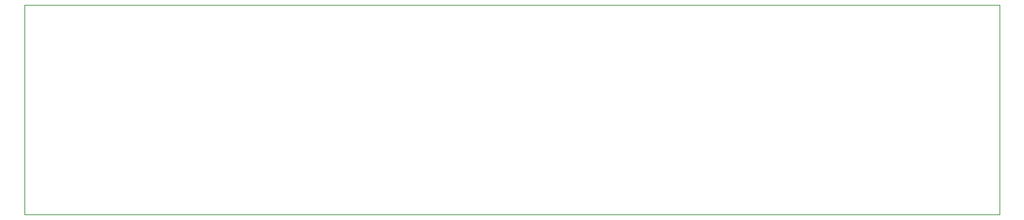
<source format=gbr>
G04 #@! TF.GenerationSoftware,KiCad,Pcbnew,5.1.2-f72e74a~84~ubuntu18.04.1*
G04 #@! TF.CreationDate,2019-11-26T15:09:58+01:00*
G04 #@! TF.ProjectId,FR4_proto2,4652345f-7072-46f7-946f-322e6b696361,rev?*
G04 #@! TF.SameCoordinates,Original*
G04 #@! TF.FileFunction,Profile,NP*
%FSLAX46Y46*%
G04 Gerber Fmt 4.6, Leading zero omitted, Abs format (unit mm)*
G04 Created by KiCad (PCBNEW 5.1.2-f72e74a~84~ubuntu18.04.1) date 2019-11-26 15:09:58*
%MOMM*%
%LPD*%
G04 APERTURE LIST*
%ADD10C,0.050000*%
G04 APERTURE END LIST*
D10*
X186690000Y-76200000D02*
X186690000Y-101600000D01*
X68580000Y-76200000D02*
X186690000Y-76200000D01*
X68580000Y-101600000D02*
X68580000Y-76200000D01*
X186690000Y-101600000D02*
X68580000Y-101600000D01*
M02*

</source>
